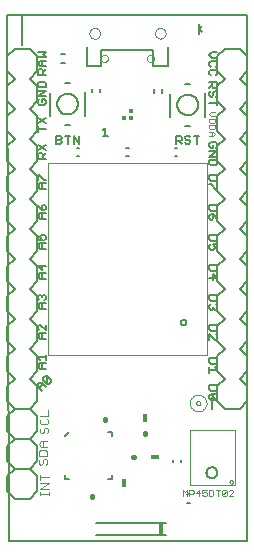
<source format=gto>
G75*
%MOIN*%
%OFA0B0*%
%FSLAX24Y24*%
%IPPOS*%
%LPD*%
%AMOC8*
5,1,8,0,0,1.08239X$1,22.5*
%
%ADD10C,0.0080*%
%ADD11C,0.0050*%
%ADD12C,0.0040*%
%ADD13C,0.0000*%
%ADD14C,0.0020*%
%ADD15C,0.0079*%
%ADD16R,0.0157X0.0157*%
%ADD17R,0.0157X0.0394*%
%ADD18C,0.0160*%
%ADD19R,0.0160X0.0280*%
%ADD20R,0.0280X0.0160*%
%ADD21C,0.0060*%
%ADD22C,0.0020*%
%ADD23R,0.0100X0.1000*%
D10*
X001293Y000140D02*
X009243Y000140D01*
X009238Y017675D01*
X001238Y017675D01*
X001293Y000140D01*
X003150Y002183D02*
X003150Y002320D01*
X003150Y002183D02*
X003288Y002183D01*
X003150Y003620D02*
X003288Y003757D01*
X002243Y004790D02*
X001993Y004540D01*
X001493Y004540D01*
X001243Y004790D01*
X001243Y005290D01*
X001493Y005540D01*
X001243Y005790D01*
X001243Y006290D01*
X001493Y006540D01*
X001243Y006790D01*
X001243Y007290D01*
X001493Y007540D01*
X001243Y007790D01*
X001243Y008290D01*
X001493Y008540D01*
X001243Y008790D01*
X001243Y009290D01*
X001493Y009540D01*
X001243Y009790D01*
X001243Y010290D01*
X001493Y010540D01*
X001243Y010790D01*
X001243Y011290D01*
X001493Y011540D01*
X001243Y011790D01*
X001243Y012290D01*
X001493Y012540D01*
X001243Y012790D01*
X001243Y013290D01*
X001493Y013540D01*
X001243Y013790D01*
X001243Y014290D01*
X001493Y014540D01*
X001243Y014790D01*
X001243Y015290D01*
X001493Y015540D01*
X001243Y015790D01*
X001243Y016290D01*
X001493Y016540D01*
X001993Y016540D01*
X002243Y016290D01*
X002243Y015790D01*
X001993Y015540D01*
X002243Y015290D01*
X002243Y014790D01*
X001993Y014540D01*
X002243Y014290D01*
X002243Y013790D01*
X001993Y013540D01*
X002243Y013290D01*
X002243Y012790D01*
X001993Y012540D01*
X002243Y012290D01*
X002243Y011790D01*
X001993Y011540D01*
X002243Y011290D01*
X002243Y010790D01*
X001993Y010540D01*
X002243Y010290D01*
X002243Y009790D01*
X001993Y009540D01*
X002243Y009290D01*
X002243Y008790D01*
X001993Y008540D01*
X002243Y008290D01*
X002243Y007790D01*
X001993Y007540D01*
X002243Y007290D01*
X002243Y006790D01*
X001993Y006540D01*
X002243Y006290D01*
X002243Y005790D01*
X001993Y005540D01*
X002243Y005290D01*
X002243Y004790D01*
X004182Y000727D02*
X006544Y000727D01*
X006544Y000333D02*
X004182Y000333D01*
X004587Y002183D02*
X004725Y002183D01*
X004725Y002320D01*
X004725Y003620D02*
X004725Y003757D01*
X004587Y003757D01*
X006758Y002830D02*
X006758Y002750D01*
X007038Y002750D02*
X007038Y002830D01*
X007243Y001680D02*
X007323Y001680D01*
X007323Y001400D02*
X007243Y001400D01*
X008075Y004528D02*
X008075Y004922D01*
X008243Y004790D02*
X008243Y005290D01*
X008493Y005540D01*
X008243Y005790D01*
X008243Y006290D01*
X008493Y006540D01*
X008243Y006790D01*
X008243Y007290D01*
X008493Y007540D01*
X008243Y007790D01*
X008243Y008290D01*
X008493Y008540D01*
X008243Y008790D01*
X008243Y009290D01*
X008493Y009540D01*
X008243Y009790D01*
X008243Y010290D01*
X008493Y010540D01*
X008243Y010790D01*
X008243Y011290D01*
X008493Y011540D01*
X008243Y011790D01*
X008243Y012290D01*
X008493Y012540D01*
X008243Y012790D01*
X008243Y013290D01*
X008493Y013540D01*
X008243Y013790D01*
X008243Y014290D01*
X008493Y014540D01*
X008243Y014790D01*
X008243Y015290D01*
X008493Y015540D01*
X008243Y015790D01*
X008243Y016290D01*
X008493Y016540D01*
X008993Y016540D01*
X009243Y016290D01*
X009243Y015790D01*
X008993Y015540D01*
X009243Y015290D01*
X009243Y014790D01*
X008993Y014540D01*
X009243Y014290D01*
X009243Y013790D01*
X008993Y013540D01*
X009243Y013290D01*
X009243Y012790D01*
X008993Y012540D01*
X009243Y012290D01*
X009243Y011790D01*
X008993Y011540D01*
X009243Y011290D01*
X009243Y010790D01*
X008993Y010540D01*
X009243Y010290D01*
X009243Y009790D01*
X008993Y009540D01*
X009243Y009290D01*
X009243Y008790D01*
X008993Y008540D01*
X009243Y008290D01*
X009243Y007790D01*
X008993Y007540D01*
X009243Y007290D01*
X009243Y006790D01*
X008993Y006540D01*
X009243Y006290D01*
X009243Y005790D01*
X008993Y005540D01*
X009243Y005290D01*
X009243Y004790D01*
X008993Y004540D01*
X008493Y004540D01*
X008243Y004790D01*
X007021Y007410D02*
X007023Y007429D01*
X007028Y007446D01*
X007037Y007463D01*
X007050Y007477D01*
X007064Y007488D01*
X007081Y007496D01*
X007099Y007501D01*
X007118Y007502D01*
X007136Y007499D01*
X007154Y007493D01*
X007169Y007483D01*
X007183Y007470D01*
X007193Y007455D01*
X007201Y007438D01*
X007205Y007419D01*
X007205Y007401D01*
X007201Y007382D01*
X007193Y007365D01*
X007183Y007350D01*
X007169Y007337D01*
X007154Y007327D01*
X007136Y007321D01*
X007118Y007318D01*
X007099Y007319D01*
X007081Y007324D01*
X007064Y007332D01*
X007050Y007343D01*
X007037Y007357D01*
X007028Y007374D01*
X007023Y007391D01*
X007021Y007410D01*
X006898Y012950D02*
X006818Y012950D01*
X006818Y013230D02*
X006898Y013230D01*
X006410Y015060D02*
X006410Y015180D01*
X006126Y015180D02*
X006126Y015060D01*
X006109Y015957D02*
X006109Y016509D01*
X004377Y016509D01*
X004377Y015957D01*
X003904Y015957D01*
X003904Y016587D01*
X003904Y017650D02*
X006581Y017650D01*
X006581Y016587D02*
X006581Y015957D01*
X006109Y015957D01*
X005303Y013232D02*
X005183Y013232D01*
X005183Y012948D02*
X005303Y012948D01*
X004335Y015080D02*
X004335Y015200D01*
X004051Y015200D02*
X004051Y015080D01*
X003153Y016068D02*
X003033Y016068D01*
X003033Y016352D02*
X003153Y016352D01*
X003553Y013230D02*
X003633Y013230D01*
X003633Y012950D02*
X003553Y012950D01*
X007616Y017014D02*
X007616Y017195D01*
X007738Y017287D01*
X007616Y017376D02*
X007616Y017195D01*
X007622Y017185D02*
X007738Y017109D01*
D11*
X008058Y016415D02*
X007968Y016325D01*
X008058Y016235D01*
X008238Y016235D01*
X008193Y016120D02*
X008013Y016120D01*
X007968Y016075D01*
X007968Y015985D01*
X008013Y015940D01*
X008013Y015826D02*
X007968Y015781D01*
X007968Y015691D01*
X008013Y015646D01*
X008013Y015826D02*
X008193Y015826D01*
X008238Y015781D01*
X008238Y015691D01*
X008193Y015646D01*
X008193Y015940D02*
X008238Y015985D01*
X008238Y016075D01*
X008193Y016120D01*
X008238Y016415D02*
X008058Y016415D01*
X008058Y015415D02*
X008058Y015280D01*
X008103Y015235D01*
X008193Y015235D01*
X008238Y015280D01*
X008238Y015415D01*
X007968Y015415D01*
X008058Y015325D02*
X007968Y015235D01*
X008013Y015120D02*
X007968Y015075D01*
X007968Y014985D01*
X008013Y014940D01*
X008058Y014940D01*
X008103Y014985D01*
X008103Y015075D01*
X008148Y015120D01*
X008193Y015120D01*
X008238Y015075D01*
X008238Y014985D01*
X008193Y014940D01*
X008238Y014826D02*
X008238Y014646D01*
X008238Y014736D02*
X007968Y014736D01*
X007637Y013635D02*
X007457Y013635D01*
X007547Y013635D02*
X007547Y013365D01*
X007343Y013410D02*
X007298Y013365D01*
X007207Y013365D01*
X007162Y013410D01*
X007207Y013500D02*
X007298Y013500D01*
X007343Y013455D01*
X007343Y013410D01*
X007207Y013500D02*
X007162Y013545D01*
X007162Y013590D01*
X007207Y013635D01*
X007298Y013635D01*
X007343Y013590D01*
X007048Y013590D02*
X007048Y013500D01*
X007003Y013455D01*
X006868Y013455D01*
X006958Y013455D02*
X007048Y013365D01*
X006868Y013365D02*
X006868Y013635D01*
X007003Y013635D01*
X007048Y013590D01*
X007968Y013370D02*
X007968Y013280D01*
X008013Y013235D01*
X008103Y013235D01*
X008103Y013325D01*
X008193Y013415D02*
X008013Y013415D01*
X007968Y013370D01*
X007968Y013120D02*
X008238Y013120D01*
X007968Y012940D01*
X008238Y012940D01*
X008238Y012826D02*
X008238Y012691D01*
X008193Y012646D01*
X008013Y012646D01*
X007968Y012691D01*
X007968Y012826D01*
X008238Y012826D01*
X008238Y012315D02*
X008238Y012180D01*
X008193Y012135D01*
X008013Y012135D01*
X007968Y012180D01*
X007968Y012315D01*
X008238Y012315D01*
X008238Y012020D02*
X008238Y011840D01*
X008193Y011840D01*
X008013Y012020D01*
X007968Y012020D01*
X007968Y011315D02*
X007968Y011180D01*
X008013Y011135D01*
X008193Y011135D01*
X008238Y011180D01*
X008238Y011315D01*
X007968Y011315D01*
X008013Y011020D02*
X007968Y010975D01*
X007968Y010885D01*
X008013Y010840D01*
X008058Y010840D01*
X008103Y010885D01*
X008103Y011020D01*
X008013Y011020D01*
X008103Y011020D02*
X008193Y010930D01*
X008238Y010840D01*
X008238Y010315D02*
X007968Y010315D01*
X007968Y010180D01*
X008013Y010135D01*
X008193Y010135D01*
X008238Y010180D01*
X008238Y010315D01*
X008238Y010020D02*
X008103Y010020D01*
X008148Y009930D01*
X008148Y009885D01*
X008103Y009840D01*
X008013Y009840D01*
X007968Y009885D01*
X007968Y009975D01*
X008013Y010020D01*
X008238Y010020D02*
X008238Y009840D01*
X008238Y009315D02*
X008238Y009180D01*
X008193Y009135D01*
X008013Y009135D01*
X007968Y009180D01*
X007968Y009315D01*
X008238Y009315D01*
X008103Y009020D02*
X008103Y008840D01*
X008238Y008885D02*
X008103Y009020D01*
X007968Y008885D02*
X008238Y008885D01*
X008238Y008315D02*
X007968Y008315D01*
X007968Y008180D01*
X008013Y008135D01*
X008193Y008135D01*
X008238Y008180D01*
X008238Y008315D01*
X008193Y008020D02*
X008238Y007975D01*
X008238Y007885D01*
X008193Y007840D01*
X008148Y007840D01*
X008103Y007885D01*
X008058Y007840D01*
X008013Y007840D01*
X007968Y007885D01*
X007968Y007975D01*
X008013Y008020D01*
X008103Y007930D02*
X008103Y007885D01*
X008238Y007315D02*
X007968Y007315D01*
X007968Y007180D01*
X008013Y007135D01*
X008193Y007135D01*
X008238Y007180D01*
X008238Y007315D01*
X008193Y007020D02*
X008238Y006975D01*
X008238Y006885D01*
X008193Y006840D01*
X008148Y006840D01*
X007968Y007020D01*
X007968Y006840D01*
X007968Y006215D02*
X007968Y006080D01*
X008013Y006035D01*
X008193Y006035D01*
X008238Y006080D01*
X008238Y006215D01*
X007968Y006215D01*
X007968Y005920D02*
X007968Y005740D01*
X007968Y005830D02*
X008238Y005830D01*
X008148Y005920D01*
X008238Y005315D02*
X007968Y005315D01*
X007968Y005180D01*
X008013Y005135D01*
X008193Y005135D01*
X008238Y005180D01*
X008238Y005315D01*
X008193Y005020D02*
X008013Y005020D01*
X008193Y004840D01*
X008013Y004840D01*
X007968Y004885D01*
X007968Y004975D01*
X008013Y005020D01*
X008193Y005020D02*
X008238Y004975D01*
X008238Y004885D01*
X008193Y004840D01*
X007877Y002407D02*
X007879Y002433D01*
X007885Y002459D01*
X007895Y002484D01*
X007908Y002507D01*
X007924Y002527D01*
X007944Y002545D01*
X007966Y002560D01*
X007989Y002572D01*
X008015Y002580D01*
X008041Y002584D01*
X008067Y002584D01*
X008093Y002580D01*
X008119Y002572D01*
X008143Y002560D01*
X008164Y002545D01*
X008184Y002527D01*
X008200Y002507D01*
X008213Y002484D01*
X008223Y002459D01*
X008229Y002433D01*
X008231Y002407D01*
X008229Y002381D01*
X008223Y002355D01*
X008213Y002330D01*
X008200Y002307D01*
X008184Y002287D01*
X008164Y002269D01*
X008142Y002254D01*
X008119Y002242D01*
X008093Y002234D01*
X008067Y002230D01*
X008041Y002230D01*
X008015Y002234D01*
X007989Y002242D01*
X007965Y002254D01*
X007944Y002269D01*
X007924Y002287D01*
X007908Y002307D01*
X007895Y002330D01*
X007885Y002355D01*
X007879Y002381D01*
X007877Y002407D01*
X002697Y005429D02*
X002633Y005366D01*
X002569Y005366D01*
X002569Y005620D01*
X002697Y005493D01*
X002697Y005429D01*
X002569Y005366D02*
X002442Y005493D01*
X002442Y005557D01*
X002506Y005620D01*
X002569Y005620D01*
X002518Y005865D02*
X002338Y005865D01*
X002248Y005955D01*
X002338Y006045D01*
X002518Y006045D01*
X002518Y006160D02*
X002518Y006340D01*
X002518Y006250D02*
X002248Y006250D01*
X002338Y006160D01*
X002383Y006045D02*
X002383Y005865D01*
X002393Y005380D02*
X002265Y005380D01*
X002265Y005253D01*
X002393Y005125D01*
X002297Y005221D02*
X002425Y005348D01*
X002393Y005380D02*
X002520Y005253D01*
X002518Y006865D02*
X002338Y006865D01*
X002248Y006955D01*
X002338Y007045D01*
X002518Y007045D01*
X002518Y007160D02*
X002338Y007340D01*
X002293Y007340D01*
X002248Y007295D01*
X002248Y007205D01*
X002293Y007160D01*
X002383Y007045D02*
X002383Y006865D01*
X002518Y007160D02*
X002518Y007340D01*
X002518Y007865D02*
X002338Y007865D01*
X002248Y007955D01*
X002338Y008045D01*
X002518Y008045D01*
X002473Y008160D02*
X002518Y008205D01*
X002518Y008295D01*
X002473Y008340D01*
X002428Y008340D01*
X002383Y008295D01*
X002383Y008250D01*
X002383Y008295D02*
X002338Y008340D01*
X002293Y008340D01*
X002248Y008295D01*
X002248Y008205D01*
X002293Y008160D01*
X002383Y008045D02*
X002383Y007865D01*
X002383Y008865D02*
X002383Y009045D01*
X002338Y009045D02*
X002518Y009045D01*
X002383Y009160D02*
X002383Y009340D01*
X002518Y009295D02*
X002248Y009295D01*
X002383Y009160D01*
X002338Y009045D02*
X002248Y008955D01*
X002338Y008865D01*
X002518Y008865D01*
X002518Y009865D02*
X002338Y009865D01*
X002248Y009955D01*
X002338Y010045D01*
X002518Y010045D01*
X002473Y010160D02*
X002518Y010205D01*
X002518Y010295D01*
X002473Y010340D01*
X002383Y010340D01*
X002338Y010295D01*
X002338Y010250D01*
X002383Y010160D01*
X002248Y010160D01*
X002248Y010340D01*
X002383Y010045D02*
X002383Y009865D01*
X002383Y010865D02*
X002383Y011045D01*
X002338Y011045D02*
X002518Y011045D01*
X002473Y011160D02*
X002518Y011205D01*
X002518Y011295D01*
X002473Y011340D01*
X002428Y011340D01*
X002383Y011295D01*
X002383Y011160D01*
X002473Y011160D01*
X002383Y011160D02*
X002293Y011250D01*
X002248Y011340D01*
X002338Y011045D02*
X002248Y010955D01*
X002338Y010865D01*
X002518Y010865D01*
X002518Y011865D02*
X002338Y011865D01*
X002248Y011955D01*
X002338Y012045D01*
X002518Y012045D01*
X002518Y012160D02*
X002473Y012160D01*
X002293Y012340D01*
X002248Y012340D01*
X002248Y012160D01*
X002383Y012045D02*
X002383Y011865D01*
X002428Y012865D02*
X002428Y013000D01*
X002383Y013045D01*
X002293Y013045D01*
X002248Y013000D01*
X002248Y012865D01*
X002518Y012865D01*
X002428Y012955D02*
X002518Y013045D01*
X002518Y013160D02*
X002248Y013340D01*
X002248Y013160D02*
X002518Y013340D01*
X002248Y013765D02*
X002248Y013945D01*
X002248Y013855D02*
X002518Y013855D01*
X002518Y014060D02*
X002248Y014240D01*
X002248Y014060D02*
X002518Y014240D01*
X002473Y014665D02*
X002293Y014665D01*
X002248Y014710D01*
X002248Y014800D01*
X002293Y014845D01*
X002383Y014845D02*
X002383Y014755D01*
X002383Y014845D02*
X002473Y014845D01*
X002518Y014800D01*
X002518Y014710D01*
X002473Y014665D01*
X002518Y014960D02*
X002248Y014960D01*
X002518Y015140D01*
X002248Y015140D01*
X002248Y015254D02*
X002248Y015389D01*
X002293Y015434D01*
X002473Y015434D01*
X002518Y015389D01*
X002518Y015254D01*
X002248Y015254D01*
X002248Y015665D02*
X002248Y015800D01*
X002293Y015845D01*
X002383Y015845D01*
X002428Y015800D01*
X002428Y015665D01*
X002518Y015665D02*
X002248Y015665D01*
X002338Y015960D02*
X002248Y016050D01*
X002338Y016140D01*
X002518Y016140D01*
X002518Y016254D02*
X002428Y016344D01*
X002518Y016434D01*
X002248Y016434D01*
X002248Y016254D02*
X002518Y016254D01*
X002383Y016140D02*
X002383Y015960D01*
X002338Y015960D02*
X002518Y015960D01*
X002518Y015845D02*
X002428Y015755D01*
X002868Y013635D02*
X003003Y013635D01*
X003048Y013590D01*
X003048Y013545D01*
X003003Y013500D01*
X002868Y013500D01*
X003003Y013500D02*
X003048Y013455D01*
X003048Y013410D01*
X003003Y013365D01*
X002868Y013365D01*
X002868Y013635D01*
X003162Y013635D02*
X003343Y013635D01*
X003253Y013635D02*
X003253Y013365D01*
X003457Y013365D02*
X003457Y013635D01*
X003637Y013365D01*
X003637Y013635D01*
X004414Y013634D02*
X004594Y013634D01*
X004504Y013634D02*
X004504Y013904D01*
X004414Y013814D01*
X008193Y013415D02*
X008238Y013370D01*
X008238Y013280D01*
X008193Y013235D01*
D12*
X008096Y013624D02*
X007963Y013624D01*
X008063Y013624D02*
X008063Y013757D01*
X008096Y013757D02*
X007963Y013757D01*
X007996Y013845D02*
X007963Y013878D01*
X007963Y013978D01*
X008163Y013978D01*
X008163Y013878D01*
X008130Y013845D01*
X007996Y013845D01*
X008096Y013757D02*
X008163Y013690D01*
X008096Y013624D01*
X008130Y014066D02*
X007996Y014066D01*
X007963Y014099D01*
X007963Y014199D01*
X008163Y014199D01*
X008163Y014099D01*
X008130Y014066D01*
X008163Y014287D02*
X008030Y014287D01*
X007963Y014353D01*
X008030Y014420D01*
X008163Y014420D01*
X007534Y004725D02*
X007536Y004741D01*
X007541Y004756D01*
X007550Y004769D01*
X007562Y004780D01*
X007576Y004788D01*
X007591Y004793D01*
X007607Y004794D01*
X007623Y004791D01*
X007637Y004785D01*
X007650Y004775D01*
X007661Y004763D01*
X007668Y004749D01*
X007672Y004733D01*
X007672Y004717D01*
X007668Y004701D01*
X007661Y004687D01*
X007650Y004675D01*
X007638Y004665D01*
X007623Y004659D01*
X007607Y004656D01*
X007591Y004657D01*
X007576Y004662D01*
X007562Y004670D01*
X007550Y004681D01*
X007541Y004694D01*
X007536Y004709D01*
X007534Y004725D01*
X007327Y004725D02*
X007329Y004758D01*
X007335Y004790D01*
X007344Y004821D01*
X007357Y004851D01*
X007374Y004879D01*
X007394Y004905D01*
X007417Y004929D01*
X007442Y004949D01*
X007470Y004967D01*
X007499Y004981D01*
X007530Y004991D01*
X007562Y004998D01*
X007595Y005001D01*
X007628Y005000D01*
X007660Y004995D01*
X007691Y004986D01*
X007722Y004974D01*
X007750Y004958D01*
X007777Y004939D01*
X007801Y004917D01*
X007822Y004892D01*
X007841Y004865D01*
X007856Y004836D01*
X007867Y004806D01*
X007875Y004774D01*
X007879Y004741D01*
X007879Y004709D01*
X007875Y004676D01*
X007867Y004644D01*
X007856Y004614D01*
X007841Y004585D01*
X007822Y004558D01*
X007801Y004533D01*
X007777Y004511D01*
X007750Y004492D01*
X007722Y004476D01*
X007691Y004464D01*
X007660Y004455D01*
X007628Y004450D01*
X007595Y004449D01*
X007562Y004452D01*
X007530Y004459D01*
X007499Y004469D01*
X007470Y004483D01*
X007442Y004501D01*
X007417Y004521D01*
X007394Y004545D01*
X007374Y004571D01*
X007357Y004599D01*
X007344Y004629D01*
X007335Y004660D01*
X007329Y004692D01*
X007327Y004725D01*
X002593Y004496D02*
X002593Y004309D01*
X002313Y004309D01*
X002359Y004201D02*
X002313Y004155D01*
X002313Y004061D01*
X002359Y004015D01*
X002546Y004015D01*
X002593Y004061D01*
X002593Y004155D01*
X002546Y004201D01*
X002546Y003907D02*
X002593Y003860D01*
X002593Y003767D01*
X002546Y003720D01*
X002453Y003767D02*
X002453Y003860D01*
X002499Y003907D01*
X002546Y003907D01*
X002453Y003767D02*
X002406Y003720D01*
X002359Y003720D01*
X002313Y003767D01*
X002313Y003860D01*
X002359Y003907D01*
X002376Y003446D02*
X002283Y003353D01*
X002376Y003259D01*
X002563Y003259D01*
X002516Y003151D02*
X002329Y003151D01*
X002283Y003105D01*
X002283Y002965D01*
X002563Y002965D01*
X002563Y003105D01*
X002516Y003151D01*
X002423Y003259D02*
X002423Y003446D01*
X002376Y003446D02*
X002563Y003446D01*
X002516Y002857D02*
X002563Y002810D01*
X002563Y002717D01*
X002516Y002670D01*
X002423Y002717D02*
X002423Y002810D01*
X002469Y002857D01*
X002516Y002857D01*
X002423Y002717D02*
X002376Y002670D01*
X002329Y002670D01*
X002283Y002717D01*
X002283Y002810D01*
X002329Y002857D01*
X002343Y002338D02*
X002343Y002151D01*
X002343Y002244D02*
X002623Y002244D01*
X002623Y002043D02*
X002343Y002043D01*
X002343Y001856D02*
X002623Y002043D01*
X002623Y001856D02*
X002343Y001856D01*
X002343Y001753D02*
X002343Y001660D01*
X002343Y001707D02*
X002623Y001707D01*
X002623Y001753D02*
X002623Y001660D01*
D13*
X004357Y016213D02*
X004359Y016234D01*
X004365Y016254D01*
X004374Y016274D01*
X004386Y016291D01*
X004401Y016305D01*
X004419Y016317D01*
X004439Y016325D01*
X004459Y016330D01*
X004480Y016331D01*
X004501Y016328D01*
X004521Y016322D01*
X004540Y016311D01*
X004557Y016298D01*
X004570Y016282D01*
X004581Y016264D01*
X004589Y016244D01*
X004593Y016224D01*
X004593Y016202D01*
X004589Y016182D01*
X004581Y016162D01*
X004570Y016144D01*
X004557Y016128D01*
X004540Y016115D01*
X004521Y016104D01*
X004501Y016098D01*
X004480Y016095D01*
X004459Y016096D01*
X004439Y016101D01*
X004419Y016109D01*
X004401Y016121D01*
X004386Y016135D01*
X004374Y016152D01*
X004365Y016172D01*
X004359Y016192D01*
X004357Y016213D01*
X003976Y017045D02*
X003978Y017071D01*
X003984Y017097D01*
X003994Y017122D01*
X004007Y017145D01*
X004023Y017165D01*
X004043Y017183D01*
X004065Y017198D01*
X004088Y017210D01*
X004114Y017218D01*
X004140Y017222D01*
X004166Y017222D01*
X004192Y017218D01*
X004218Y017210D01*
X004242Y017198D01*
X004263Y017183D01*
X004283Y017165D01*
X004299Y017145D01*
X004312Y017122D01*
X004322Y017097D01*
X004328Y017071D01*
X004330Y017045D01*
X004328Y017019D01*
X004322Y016993D01*
X004312Y016968D01*
X004299Y016945D01*
X004283Y016925D01*
X004263Y016907D01*
X004241Y016892D01*
X004218Y016880D01*
X004192Y016872D01*
X004166Y016868D01*
X004140Y016868D01*
X004114Y016872D01*
X004088Y016880D01*
X004064Y016892D01*
X004043Y016907D01*
X004023Y016925D01*
X004007Y016945D01*
X003994Y016968D01*
X003984Y016993D01*
X003978Y017019D01*
X003976Y017045D01*
X005893Y016213D02*
X005895Y016234D01*
X005901Y016254D01*
X005910Y016274D01*
X005922Y016291D01*
X005937Y016305D01*
X005955Y016317D01*
X005975Y016325D01*
X005995Y016330D01*
X006016Y016331D01*
X006037Y016328D01*
X006057Y016322D01*
X006076Y016311D01*
X006093Y016298D01*
X006106Y016282D01*
X006117Y016264D01*
X006125Y016244D01*
X006129Y016224D01*
X006129Y016202D01*
X006125Y016182D01*
X006117Y016162D01*
X006106Y016144D01*
X006093Y016128D01*
X006076Y016115D01*
X006057Y016104D01*
X006037Y016098D01*
X006016Y016095D01*
X005995Y016096D01*
X005975Y016101D01*
X005955Y016109D01*
X005937Y016121D01*
X005922Y016135D01*
X005910Y016152D01*
X005901Y016172D01*
X005895Y016192D01*
X005893Y016213D01*
X006161Y017050D02*
X006163Y017076D01*
X006169Y017102D01*
X006179Y017127D01*
X006192Y017150D01*
X006208Y017170D01*
X006228Y017188D01*
X006250Y017203D01*
X006273Y017215D01*
X006299Y017223D01*
X006325Y017227D01*
X006351Y017227D01*
X006377Y017223D01*
X006403Y017215D01*
X006427Y017203D01*
X006448Y017188D01*
X006468Y017170D01*
X006484Y017150D01*
X006497Y017127D01*
X006507Y017102D01*
X006513Y017076D01*
X006515Y017050D01*
X006513Y017024D01*
X006507Y016998D01*
X006497Y016973D01*
X006484Y016950D01*
X006468Y016930D01*
X006448Y016912D01*
X006426Y016897D01*
X006403Y016885D01*
X006377Y016877D01*
X006351Y016873D01*
X006325Y016873D01*
X006299Y016877D01*
X006273Y016885D01*
X006249Y016897D01*
X006228Y016912D01*
X006208Y016930D01*
X006192Y016950D01*
X006179Y016973D01*
X006169Y016998D01*
X006163Y017024D01*
X006161Y017050D01*
D14*
X007900Y012737D02*
X007900Y006320D01*
X002585Y006320D01*
X002585Y012737D01*
X007900Y012737D01*
X007338Y003838D02*
X008818Y003838D01*
X008818Y001982D01*
X007338Y001982D01*
X007338Y003838D01*
X008644Y002096D02*
X008646Y002110D01*
X008652Y002124D01*
X008660Y002136D01*
X008672Y002144D01*
X008686Y002150D01*
X008700Y002152D01*
X008714Y002150D01*
X008728Y002144D01*
X008740Y002136D01*
X008748Y002124D01*
X008754Y002110D01*
X008756Y002096D01*
X008754Y002082D01*
X008748Y002068D01*
X008740Y002056D01*
X008728Y002048D01*
X008714Y002042D01*
X008700Y002040D01*
X008686Y002042D01*
X008672Y002048D01*
X008660Y002056D01*
X008652Y002068D01*
X008646Y002082D01*
X008644Y002096D01*
D15*
X007327Y013956D02*
X007169Y013956D01*
X006904Y014665D02*
X006906Y014702D01*
X006912Y014738D01*
X006921Y014773D01*
X006935Y014807D01*
X006952Y014840D01*
X006972Y014870D01*
X006995Y014898D01*
X007021Y014924D01*
X007050Y014946D01*
X007081Y014966D01*
X007114Y014982D01*
X007149Y014994D01*
X007184Y015003D01*
X007221Y015008D01*
X007257Y015009D01*
X007294Y015006D01*
X007330Y014999D01*
X007365Y014989D01*
X007398Y014974D01*
X007430Y014957D01*
X007460Y014936D01*
X007488Y014911D01*
X007513Y014885D01*
X007535Y014855D01*
X007553Y014824D01*
X007568Y014790D01*
X007580Y014756D01*
X007588Y014720D01*
X007592Y014683D01*
X007592Y014647D01*
X007588Y014610D01*
X007580Y014574D01*
X007568Y014540D01*
X007553Y014506D01*
X007535Y014475D01*
X007513Y014445D01*
X007488Y014419D01*
X007460Y014394D01*
X007430Y014373D01*
X007398Y014356D01*
X007365Y014341D01*
X007330Y014331D01*
X007294Y014324D01*
X007257Y014321D01*
X007221Y014322D01*
X007184Y014327D01*
X007149Y014336D01*
X007114Y014348D01*
X007081Y014364D01*
X007050Y014384D01*
X007021Y014406D01*
X006995Y014432D01*
X006972Y014460D01*
X006952Y014490D01*
X006935Y014523D01*
X006921Y014557D01*
X006912Y014592D01*
X006906Y014628D01*
X006904Y014665D01*
X006657Y015019D02*
X006657Y014271D01*
X007169Y015374D02*
X007327Y015374D01*
X007838Y015059D02*
X007838Y014271D01*
X003833Y014296D02*
X003833Y015084D01*
X003322Y015399D02*
X003164Y015399D01*
X002899Y014690D02*
X002901Y014727D01*
X002907Y014763D01*
X002916Y014798D01*
X002930Y014832D01*
X002947Y014865D01*
X002967Y014895D01*
X002990Y014923D01*
X003016Y014949D01*
X003045Y014971D01*
X003076Y014991D01*
X003109Y015007D01*
X003144Y015019D01*
X003179Y015028D01*
X003216Y015033D01*
X003252Y015034D01*
X003289Y015031D01*
X003325Y015024D01*
X003360Y015014D01*
X003393Y014999D01*
X003425Y014982D01*
X003455Y014961D01*
X003483Y014936D01*
X003508Y014910D01*
X003530Y014880D01*
X003548Y014849D01*
X003563Y014815D01*
X003575Y014781D01*
X003583Y014745D01*
X003587Y014708D01*
X003587Y014672D01*
X003583Y014635D01*
X003575Y014599D01*
X003563Y014565D01*
X003548Y014531D01*
X003530Y014500D01*
X003508Y014470D01*
X003483Y014444D01*
X003455Y014419D01*
X003425Y014398D01*
X003393Y014381D01*
X003360Y014366D01*
X003325Y014356D01*
X003289Y014349D01*
X003252Y014346D01*
X003216Y014347D01*
X003179Y014352D01*
X003144Y014361D01*
X003109Y014373D01*
X003076Y014389D01*
X003045Y014409D01*
X003016Y014431D01*
X002990Y014457D01*
X002967Y014485D01*
X002947Y014515D01*
X002930Y014548D01*
X002916Y014582D01*
X002907Y014617D01*
X002901Y014653D01*
X002899Y014690D01*
X002652Y015044D02*
X002652Y014296D01*
X003164Y013981D02*
X003322Y013981D01*
D16*
X005125Y014222D03*
X005361Y014222D03*
X005361Y014458D03*
D17*
X006347Y000530D03*
D18*
X005450Y002925D02*
X005426Y002925D01*
X005838Y003708D02*
X005838Y003732D01*
X004488Y004158D02*
X004488Y004182D01*
X004078Y001612D02*
X004078Y001588D01*
D19*
X005138Y002070D03*
X005838Y004220D03*
D20*
X006163Y002935D03*
D21*
X002243Y002790D02*
X001993Y002540D01*
X002243Y002290D01*
X002243Y001790D01*
X001993Y001540D01*
X001493Y001540D01*
X001243Y001790D01*
X001243Y002290D01*
X001493Y002540D01*
X001243Y002790D01*
X001243Y003290D01*
X001493Y003540D01*
X001243Y003790D01*
X001243Y004290D01*
X001493Y004540D01*
X001993Y004540D01*
X002243Y004290D01*
X002243Y003790D01*
X001993Y003540D01*
X002243Y003290D01*
X002243Y002790D01*
X001993Y002540D02*
X001493Y002540D01*
X001493Y003540D02*
X001993Y003540D01*
D22*
X007080Y001830D02*
X007080Y001610D01*
X007227Y001610D02*
X007227Y001830D01*
X007153Y001757D01*
X007080Y001830D01*
X007301Y001830D02*
X007301Y001610D01*
X007301Y001683D02*
X007411Y001683D01*
X007448Y001720D01*
X007448Y001793D01*
X007411Y001830D01*
X007301Y001830D01*
X007522Y001720D02*
X007669Y001720D01*
X007743Y001720D02*
X007816Y001757D01*
X007853Y001757D01*
X007890Y001720D01*
X007890Y001647D01*
X007853Y001610D01*
X007780Y001610D01*
X007743Y001647D01*
X007743Y001720D02*
X007743Y001830D01*
X007890Y001830D01*
X007964Y001830D02*
X008074Y001830D01*
X008111Y001793D01*
X008111Y001647D01*
X008074Y001610D01*
X007964Y001610D01*
X007964Y001830D01*
X008185Y001830D02*
X008332Y001830D01*
X008258Y001830D02*
X008258Y001610D01*
X008406Y001647D02*
X008553Y001793D01*
X008553Y001647D01*
X008516Y001610D01*
X008443Y001610D01*
X008406Y001647D01*
X008406Y001793D01*
X008443Y001830D01*
X008516Y001830D01*
X008553Y001793D01*
X008627Y001793D02*
X008664Y001830D01*
X008737Y001830D01*
X008774Y001793D01*
X008774Y001757D01*
X008627Y001610D01*
X008774Y001610D01*
X007632Y001610D02*
X007632Y001830D01*
X007522Y001720D01*
D23*
X001713Y017120D03*
M02*

</source>
